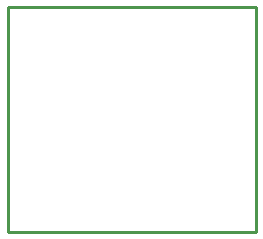
<source format=gbr>
G04 EAGLE Gerber RS-274X export*
G75*
%MOMM*%
%FSLAX34Y34*%
%LPD*%
%IN*%
%IPPOS*%
%AMOC8*
5,1,8,0,0,1.08239X$1,22.5*%
G01*
G04 Define Apertures*
%ADD10C,0.254000*%
D10*
X-10000Y10000D02*
X200000Y10000D01*
X200000Y200000D01*
X-10000Y200000D01*
X-10000Y10000D01*
M02*

</source>
